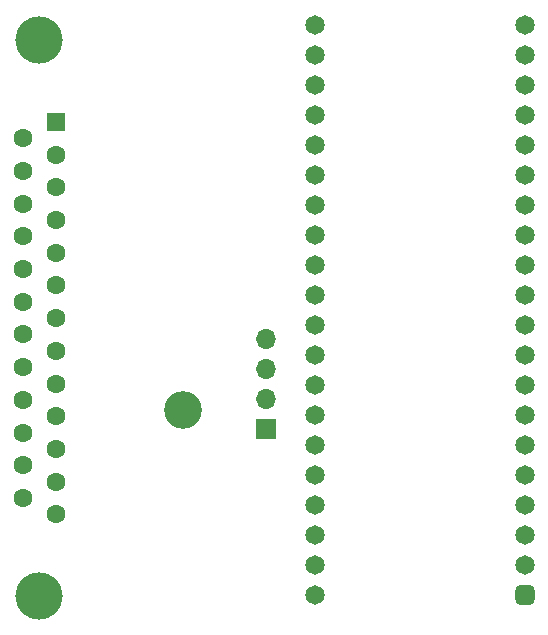
<source format=gbr>
%TF.GenerationSoftware,KiCad,Pcbnew,6.0.5-a6ca702e91~116~ubuntu21.10.1*%
%TF.CreationDate,2023-07-31T04:43:38-06:00*%
%TF.ProjectId,DB25_External,44423235-5f45-4787-9465-726e616c2e6b,rev?*%
%TF.SameCoordinates,Original*%
%TF.FileFunction,Soldermask,Bot*%
%TF.FilePolarity,Negative*%
%FSLAX46Y46*%
G04 Gerber Fmt 4.6, Leading zero omitted, Abs format (unit mm)*
G04 Created by KiCad (PCBNEW 6.0.5-a6ca702e91~116~ubuntu21.10.1) date 2023-07-31 04:43:38*
%MOMM*%
%LPD*%
G01*
G04 APERTURE LIST*
G04 Aperture macros list*
%AMRoundRect*
0 Rectangle with rounded corners*
0 $1 Rounding radius*
0 $2 $3 $4 $5 $6 $7 $8 $9 X,Y pos of 4 corners*
0 Add a 4 corners polygon primitive as box body*
4,1,4,$2,$3,$4,$5,$6,$7,$8,$9,$2,$3,0*
0 Add four circle primitives for the rounded corners*
1,1,$1+$1,$2,$3*
1,1,$1+$1,$4,$5*
1,1,$1+$1,$6,$7*
1,1,$1+$1,$8,$9*
0 Add four rect primitives between the rounded corners*
20,1,$1+$1,$2,$3,$4,$5,0*
20,1,$1+$1,$4,$5,$6,$7,0*
20,1,$1+$1,$6,$7,$8,$9,0*
20,1,$1+$1,$8,$9,$2,$3,0*%
G04 Aperture macros list end*
%ADD10RoundRect,0.412500X0.412500X0.412500X-0.412500X0.412500X-0.412500X-0.412500X0.412500X-0.412500X0*%
%ADD11C,1.650000*%
%ADD12C,3.200000*%
%ADD13R,1.700000X1.700000*%
%ADD14O,1.700000X1.700000*%
%ADD15C,4.000000*%
%ADD16R,1.600000X1.600000*%
%ADD17C,1.600000*%
G04 APERTURE END LIST*
D10*
%TO.C,RP1*%
X147196660Y-124104400D03*
D11*
X147196660Y-121564400D03*
X147196660Y-119024400D03*
X147196660Y-116484400D03*
X147196660Y-113944400D03*
X147196660Y-111404400D03*
X147196660Y-108864400D03*
X147196660Y-106324400D03*
X147196660Y-103784400D03*
X147196660Y-101244400D03*
X147196660Y-98704400D03*
X147196660Y-96164400D03*
X147196660Y-93624400D03*
X147196660Y-91084400D03*
X147196660Y-88544400D03*
X147196660Y-86004400D03*
X147196660Y-83464400D03*
X147196660Y-80924400D03*
X147196660Y-78384400D03*
X147196660Y-75844400D03*
X129416660Y-75844400D03*
X129416660Y-78384400D03*
X129416660Y-80924400D03*
X129416660Y-83464400D03*
X129416660Y-86004400D03*
X129416660Y-88544400D03*
X129416660Y-91084400D03*
X129416660Y-93624400D03*
X129416660Y-96164400D03*
X129416660Y-98704400D03*
X129416660Y-101244400D03*
X129416660Y-103784400D03*
X129416660Y-106324400D03*
X129416660Y-108864400D03*
X129416660Y-111404400D03*
X129416660Y-113944400D03*
X129416660Y-116484400D03*
X129416660Y-119024400D03*
X129416660Y-121564400D03*
X129416660Y-124104400D03*
%TD*%
D12*
%TO.C,REF\u002A\u002A*%
X118237000Y-108483400D03*
%TD*%
D13*
%TO.C,J1*%
X125222000Y-110048200D03*
D14*
X125222000Y-107508200D03*
X125222000Y-104968200D03*
X125222000Y-102428200D03*
%TD*%
D15*
%TO.C,J2*%
X106037131Y-77130600D03*
X106037131Y-124230600D03*
D16*
X107457131Y-84060600D03*
D17*
X107457131Y-86830600D03*
X107457131Y-89600600D03*
X107457131Y-92370600D03*
X107457131Y-95140600D03*
X107457131Y-97910600D03*
X107457131Y-100680600D03*
X107457131Y-103450600D03*
X107457131Y-106220600D03*
X107457131Y-108990600D03*
X107457131Y-111760600D03*
X107457131Y-114530600D03*
X107457131Y-117300600D03*
X104617131Y-85445600D03*
X104617131Y-88215600D03*
X104617131Y-90985600D03*
X104617131Y-93755600D03*
X104617131Y-96525600D03*
X104617131Y-99295600D03*
X104617131Y-102065600D03*
X104617131Y-104835600D03*
X104617131Y-107605600D03*
X104617131Y-110375600D03*
X104617131Y-113145600D03*
X104617131Y-115915600D03*
%TD*%
M02*

</source>
